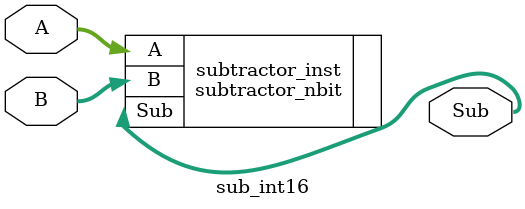
<source format=v>

module sub_int16 #(
    parameter WIDTH = 16
)(
    input [WIDTH-1:0] A,
    input [WIDTH-1:0] B,
    output [WIDTH-1:0] Sub
);
    subtractor_nbit #(
        .WIDTH(WIDTH)
    ) subtractor_inst (
        .A(A),
        .B(B),
        .Sub(Sub)
    );
endmodule

</source>
